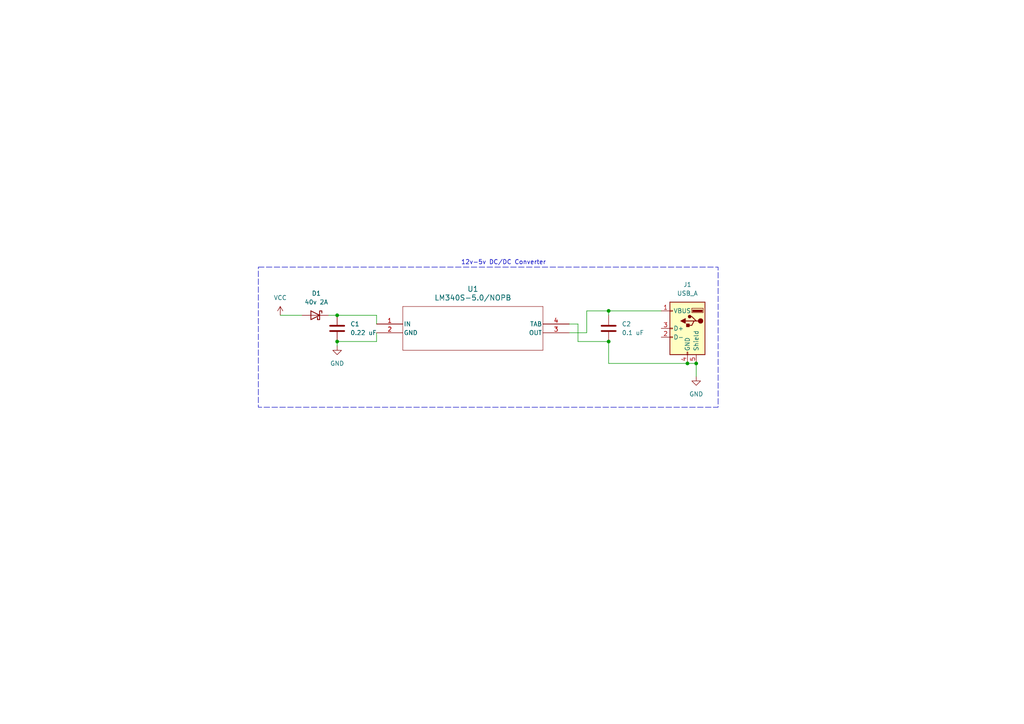
<source format=kicad_sch>
(kicad_sch
	(version 20231120)
	(generator "eeschema")
	(generator_version "8.0")
	(uuid "e08a4d14-9a03-47ed-993e-477f77565ff3")
	(paper "A4")
	(lib_symbols
		(symbol "2024-05-04_01-19-09:LM340S-12_NOPB"
			(pin_names
				(offset 0.254)
			)
			(exclude_from_sim no)
			(in_bom yes)
			(on_board yes)
			(property "Reference" "U"
				(at 27.94 10.16 0)
				(effects
					(font
						(size 1.524 1.524)
					)
				)
			)
			(property "Value" "LM340S-12/NOPB"
				(at 27.94 7.62 0)
				(effects
					(font
						(size 1.524 1.524)
					)
				)
			)
			(property "Footprint" "TS3B_TEX"
				(at 0 0 0)
				(effects
					(font
						(size 1.27 1.27)
						(italic yes)
					)
					(hide yes)
				)
			)
			(property "Datasheet" "LM340S-12/NOPB"
				(at 0 0 0)
				(effects
					(font
						(size 1.27 1.27)
						(italic yes)
					)
					(hide yes)
				)
			)
			(property "Description" ""
				(at 0 0 0)
				(effects
					(font
						(size 1.27 1.27)
					)
					(hide yes)
				)
			)
			(property "ki_locked" ""
				(at 0 0 0)
				(effects
					(font
						(size 1.27 1.27)
					)
				)
			)
			(property "ki_keywords" "LM340S-12/NOPB"
				(at 0 0 0)
				(effects
					(font
						(size 1.27 1.27)
					)
					(hide yes)
				)
			)
			(property "ki_fp_filters" "TS3B_TEX TS3B_TEX-M TS3B_TEX-L"
				(at 0 0 0)
				(effects
					(font
						(size 1.27 1.27)
					)
					(hide yes)
				)
			)
			(symbol "LM340S-12_NOPB_0_1"
				(polyline
					(pts
						(xy 7.62 -7.62) (xy 48.26 -7.62)
					)
					(stroke
						(width 0.127)
						(type default)
					)
					(fill
						(type none)
					)
				)
				(polyline
					(pts
						(xy 7.62 5.08) (xy 7.62 -7.62)
					)
					(stroke
						(width 0.127)
						(type default)
					)
					(fill
						(type none)
					)
				)
				(polyline
					(pts
						(xy 48.26 -7.62) (xy 48.26 5.08)
					)
					(stroke
						(width 0.127)
						(type default)
					)
					(fill
						(type none)
					)
				)
				(polyline
					(pts
						(xy 48.26 5.08) (xy 7.62 5.08)
					)
					(stroke
						(width 0.127)
						(type default)
					)
					(fill
						(type none)
					)
				)
				(pin power_in line
					(at 0 0 0)
					(length 7.62)
					(name "IN"
						(effects
							(font
								(size 1.27 1.27)
							)
						)
					)
					(number "1"
						(effects
							(font
								(size 1.27 1.27)
							)
						)
					)
				)
				(pin power_in line
					(at 0 -2.54 0)
					(length 7.62)
					(name "GND"
						(effects
							(font
								(size 1.27 1.27)
							)
						)
					)
					(number "2"
						(effects
							(font
								(size 1.27 1.27)
							)
						)
					)
				)
				(pin power_in line
					(at 55.88 -2.54 180)
					(length 7.62)
					(name "OUT"
						(effects
							(font
								(size 1.27 1.27)
							)
						)
					)
					(number "3"
						(effects
							(font
								(size 1.27 1.27)
							)
						)
					)
				)
				(pin power_in line
					(at 55.88 0 180)
					(length 7.62)
					(name "TAB"
						(effects
							(font
								(size 1.27 1.27)
							)
						)
					)
					(number "4"
						(effects
							(font
								(size 1.27 1.27)
							)
						)
					)
				)
			)
		)
		(symbol "Connector:USB_A"
			(pin_names
				(offset 1.016)
			)
			(exclude_from_sim no)
			(in_bom yes)
			(on_board yes)
			(property "Reference" "J"
				(at -5.08 11.43 0)
				(effects
					(font
						(size 1.27 1.27)
					)
					(justify left)
				)
			)
			(property "Value" "USB_A"
				(at -5.08 8.89 0)
				(effects
					(font
						(size 1.27 1.27)
					)
					(justify left)
				)
			)
			(property "Footprint" ""
				(at 3.81 -1.27 0)
				(effects
					(font
						(size 1.27 1.27)
					)
					(hide yes)
				)
			)
			(property "Datasheet" " ~"
				(at 3.81 -1.27 0)
				(effects
					(font
						(size 1.27 1.27)
					)
					(hide yes)
				)
			)
			(property "Description" "USB Type A connector"
				(at 0 0 0)
				(effects
					(font
						(size 1.27 1.27)
					)
					(hide yes)
				)
			)
			(property "ki_keywords" "connector USB"
				(at 0 0 0)
				(effects
					(font
						(size 1.27 1.27)
					)
					(hide yes)
				)
			)
			(property "ki_fp_filters" "USB*"
				(at 0 0 0)
				(effects
					(font
						(size 1.27 1.27)
					)
					(hide yes)
				)
			)
			(symbol "USB_A_0_1"
				(rectangle
					(start -5.08 -7.62)
					(end 5.08 7.62)
					(stroke
						(width 0.254)
						(type default)
					)
					(fill
						(type background)
					)
				)
				(circle
					(center -3.81 2.159)
					(radius 0.635)
					(stroke
						(width 0.254)
						(type default)
					)
					(fill
						(type outline)
					)
				)
				(rectangle
					(start -1.524 4.826)
					(end -4.318 5.334)
					(stroke
						(width 0)
						(type default)
					)
					(fill
						(type outline)
					)
				)
				(rectangle
					(start -1.27 4.572)
					(end -4.572 5.842)
					(stroke
						(width 0)
						(type default)
					)
					(fill
						(type none)
					)
				)
				(circle
					(center -0.635 3.429)
					(radius 0.381)
					(stroke
						(width 0.254)
						(type default)
					)
					(fill
						(type outline)
					)
				)
				(rectangle
					(start -0.127 -7.62)
					(end 0.127 -6.858)
					(stroke
						(width 0)
						(type default)
					)
					(fill
						(type none)
					)
				)
				(polyline
					(pts
						(xy -3.175 2.159) (xy -2.54 2.159) (xy -1.27 3.429) (xy -0.635 3.429)
					)
					(stroke
						(width 0.254)
						(type default)
					)
					(fill
						(type none)
					)
				)
				(polyline
					(pts
						(xy -2.54 2.159) (xy -1.905 2.159) (xy -1.27 0.889) (xy 0 0.889)
					)
					(stroke
						(width 0.254)
						(type default)
					)
					(fill
						(type none)
					)
				)
				(polyline
					(pts
						(xy 0.635 2.794) (xy 0.635 1.524) (xy 1.905 2.159) (xy 0.635 2.794)
					)
					(stroke
						(width 0.254)
						(type default)
					)
					(fill
						(type outline)
					)
				)
				(rectangle
					(start 0.254 1.27)
					(end -0.508 0.508)
					(stroke
						(width 0.254)
						(type default)
					)
					(fill
						(type outline)
					)
				)
				(rectangle
					(start 5.08 -2.667)
					(end 4.318 -2.413)
					(stroke
						(width 0)
						(type default)
					)
					(fill
						(type none)
					)
				)
				(rectangle
					(start 5.08 -0.127)
					(end 4.318 0.127)
					(stroke
						(width 0)
						(type default)
					)
					(fill
						(type none)
					)
				)
				(rectangle
					(start 5.08 4.953)
					(end 4.318 5.207)
					(stroke
						(width 0)
						(type default)
					)
					(fill
						(type none)
					)
				)
			)
			(symbol "USB_A_1_1"
				(polyline
					(pts
						(xy -1.905 2.159) (xy 0.635 2.159)
					)
					(stroke
						(width 0.254)
						(type default)
					)
					(fill
						(type none)
					)
				)
				(pin power_in line
					(at 7.62 5.08 180)
					(length 2.54)
					(name "VBUS"
						(effects
							(font
								(size 1.27 1.27)
							)
						)
					)
					(number "1"
						(effects
							(font
								(size 1.27 1.27)
							)
						)
					)
				)
				(pin bidirectional line
					(at 7.62 -2.54 180)
					(length 2.54)
					(name "D-"
						(effects
							(font
								(size 1.27 1.27)
							)
						)
					)
					(number "2"
						(effects
							(font
								(size 1.27 1.27)
							)
						)
					)
				)
				(pin bidirectional line
					(at 7.62 0 180)
					(length 2.54)
					(name "D+"
						(effects
							(font
								(size 1.27 1.27)
							)
						)
					)
					(number "3"
						(effects
							(font
								(size 1.27 1.27)
							)
						)
					)
				)
				(pin power_in line
					(at 0 -10.16 90)
					(length 2.54)
					(name "GND"
						(effects
							(font
								(size 1.27 1.27)
							)
						)
					)
					(number "4"
						(effects
							(font
								(size 1.27 1.27)
							)
						)
					)
				)
				(pin passive line
					(at -2.54 -10.16 90)
					(length 2.54)
					(name "Shield"
						(effects
							(font
								(size 1.27 1.27)
							)
						)
					)
					(number "5"
						(effects
							(font
								(size 1.27 1.27)
							)
						)
					)
				)
			)
		)
		(symbol "Device:C"
			(pin_numbers hide)
			(pin_names
				(offset 0.254)
			)
			(exclude_from_sim no)
			(in_bom yes)
			(on_board yes)
			(property "Reference" "C"
				(at 0.635 2.54 0)
				(effects
					(font
						(size 1.27 1.27)
					)
					(justify left)
				)
			)
			(property "Value" "C"
				(at 0.635 -2.54 0)
				(effects
					(font
						(size 1.27 1.27)
					)
					(justify left)
				)
			)
			(property "Footprint" ""
				(at 0.9652 -3.81 0)
				(effects
					(font
						(size 1.27 1.27)
					)
					(hide yes)
				)
			)
			(property "Datasheet" "~"
				(at 0 0 0)
				(effects
					(font
						(size 1.27 1.27)
					)
					(hide yes)
				)
			)
			(property "Description" "Unpolarized capacitor"
				(at 0 0 0)
				(effects
					(font
						(size 1.27 1.27)
					)
					(hide yes)
				)
			)
			(property "ki_keywords" "cap capacitor"
				(at 0 0 0)
				(effects
					(font
						(size 1.27 1.27)
					)
					(hide yes)
				)
			)
			(property "ki_fp_filters" "C_*"
				(at 0 0 0)
				(effects
					(font
						(size 1.27 1.27)
					)
					(hide yes)
				)
			)
			(symbol "C_0_1"
				(polyline
					(pts
						(xy -2.032 -0.762) (xy 2.032 -0.762)
					)
					(stroke
						(width 0.508)
						(type default)
					)
					(fill
						(type none)
					)
				)
				(polyline
					(pts
						(xy -2.032 0.762) (xy 2.032 0.762)
					)
					(stroke
						(width 0.508)
						(type default)
					)
					(fill
						(type none)
					)
				)
			)
			(symbol "C_1_1"
				(pin passive line
					(at 0 3.81 270)
					(length 2.794)
					(name "~"
						(effects
							(font
								(size 1.27 1.27)
							)
						)
					)
					(number "1"
						(effects
							(font
								(size 1.27 1.27)
							)
						)
					)
				)
				(pin passive line
					(at 0 -3.81 90)
					(length 2.794)
					(name "~"
						(effects
							(font
								(size 1.27 1.27)
							)
						)
					)
					(number "2"
						(effects
							(font
								(size 1.27 1.27)
							)
						)
					)
				)
			)
		)
		(symbol "Device:D_Schottky"
			(pin_numbers hide)
			(pin_names
				(offset 1.016) hide)
			(exclude_from_sim no)
			(in_bom yes)
			(on_board yes)
			(property "Reference" "D"
				(at 0 2.54 0)
				(effects
					(font
						(size 1.27 1.27)
					)
				)
			)
			(property "Value" "D_Schottky"
				(at 0 -2.54 0)
				(effects
					(font
						(size 1.27 1.27)
					)
				)
			)
			(property "Footprint" ""
				(at 0 0 0)
				(effects
					(font
						(size 1.27 1.27)
					)
					(hide yes)
				)
			)
			(property "Datasheet" "~"
				(at 0 0 0)
				(effects
					(font
						(size 1.27 1.27)
					)
					(hide yes)
				)
			)
			(property "Description" "Schottky diode"
				(at 0 0 0)
				(effects
					(font
						(size 1.27 1.27)
					)
					(hide yes)
				)
			)
			(property "ki_keywords" "diode Schottky"
				(at 0 0 0)
				(effects
					(font
						(size 1.27 1.27)
					)
					(hide yes)
				)
			)
			(property "ki_fp_filters" "TO-???* *_Diode_* *SingleDiode* D_*"
				(at 0 0 0)
				(effects
					(font
						(size 1.27 1.27)
					)
					(hide yes)
				)
			)
			(symbol "D_Schottky_0_1"
				(polyline
					(pts
						(xy 1.27 0) (xy -1.27 0)
					)
					(stroke
						(width 0)
						(type default)
					)
					(fill
						(type none)
					)
				)
				(polyline
					(pts
						(xy 1.27 1.27) (xy 1.27 -1.27) (xy -1.27 0) (xy 1.27 1.27)
					)
					(stroke
						(width 0.254)
						(type default)
					)
					(fill
						(type none)
					)
				)
				(polyline
					(pts
						(xy -1.905 0.635) (xy -1.905 1.27) (xy -1.27 1.27) (xy -1.27 -1.27) (xy -0.635 -1.27) (xy -0.635 -0.635)
					)
					(stroke
						(width 0.254)
						(type default)
					)
					(fill
						(type none)
					)
				)
			)
			(symbol "D_Schottky_1_1"
				(pin passive line
					(at -3.81 0 0)
					(length 2.54)
					(name "K"
						(effects
							(font
								(size 1.27 1.27)
							)
						)
					)
					(number "1"
						(effects
							(font
								(size 1.27 1.27)
							)
						)
					)
				)
				(pin passive line
					(at 3.81 0 180)
					(length 2.54)
					(name "A"
						(effects
							(font
								(size 1.27 1.27)
							)
						)
					)
					(number "2"
						(effects
							(font
								(size 1.27 1.27)
							)
						)
					)
				)
			)
		)
		(symbol "power:GND"
			(power)
			(pin_numbers hide)
			(pin_names
				(offset 0) hide)
			(exclude_from_sim no)
			(in_bom yes)
			(on_board yes)
			(property "Reference" "#PWR"
				(at 0 -6.35 0)
				(effects
					(font
						(size 1.27 1.27)
					)
					(hide yes)
				)
			)
			(property "Value" "GND"
				(at 0 -3.81 0)
				(effects
					(font
						(size 1.27 1.27)
					)
				)
			)
			(property "Footprint" ""
				(at 0 0 0)
				(effects
					(font
						(size 1.27 1.27)
					)
					(hide yes)
				)
			)
			(property "Datasheet" ""
				(at 0 0 0)
				(effects
					(font
						(size 1.27 1.27)
					)
					(hide yes)
				)
			)
			(property "Description" "Power symbol creates a global label with name \"GND\" , ground"
				(at 0 0 0)
				(effects
					(font
						(size 1.27 1.27)
					)
					(hide yes)
				)
			)
			(property "ki_keywords" "global power"
				(at 0 0 0)
				(effects
					(font
						(size 1.27 1.27)
					)
					(hide yes)
				)
			)
			(symbol "GND_0_1"
				(polyline
					(pts
						(xy 0 0) (xy 0 -1.27) (xy 1.27 -1.27) (xy 0 -2.54) (xy -1.27 -1.27) (xy 0 -1.27)
					)
					(stroke
						(width 0)
						(type default)
					)
					(fill
						(type none)
					)
				)
			)
			(symbol "GND_1_1"
				(pin power_in line
					(at 0 0 270)
					(length 0)
					(name "~"
						(effects
							(font
								(size 1.27 1.27)
							)
						)
					)
					(number "1"
						(effects
							(font
								(size 1.27 1.27)
							)
						)
					)
				)
			)
		)
		(symbol "power:VCC"
			(power)
			(pin_numbers hide)
			(pin_names
				(offset 0) hide)
			(exclude_from_sim no)
			(in_bom yes)
			(on_board yes)
			(property "Reference" "#PWR"
				(at 0 -3.81 0)
				(effects
					(font
						(size 1.27 1.27)
					)
					(hide yes)
				)
			)
			(property "Value" "VCC"
				(at 0 3.556 0)
				(effects
					(font
						(size 1.27 1.27)
					)
				)
			)
			(property "Footprint" ""
				(at 0 0 0)
				(effects
					(font
						(size 1.27 1.27)
					)
					(hide yes)
				)
			)
			(property "Datasheet" ""
				(at 0 0 0)
				(effects
					(font
						(size 1.27 1.27)
					)
					(hide yes)
				)
			)
			(property "Description" "Power symbol creates a global label with name \"VCC\""
				(at 0 0 0)
				(effects
					(font
						(size 1.27 1.27)
					)
					(hide yes)
				)
			)
			(property "ki_keywords" "global power"
				(at 0 0 0)
				(effects
					(font
						(size 1.27 1.27)
					)
					(hide yes)
				)
			)
			(symbol "VCC_0_1"
				(polyline
					(pts
						(xy -0.762 1.27) (xy 0 2.54)
					)
					(stroke
						(width 0)
						(type default)
					)
					(fill
						(type none)
					)
				)
				(polyline
					(pts
						(xy 0 0) (xy 0 2.54)
					)
					(stroke
						(width 0)
						(type default)
					)
					(fill
						(type none)
					)
				)
				(polyline
					(pts
						(xy 0 2.54) (xy 0.762 1.27)
					)
					(stroke
						(width 0)
						(type default)
					)
					(fill
						(type none)
					)
				)
			)
			(symbol "VCC_1_1"
				(pin power_in line
					(at 0 0 90)
					(length 0)
					(name "~"
						(effects
							(font
								(size 1.27 1.27)
							)
						)
					)
					(number "1"
						(effects
							(font
								(size 1.27 1.27)
							)
						)
					)
				)
			)
		)
	)
	(junction
		(at 176.53 99.06)
		(diameter 0)
		(color 0 0 0 0)
		(uuid "641df704-75e4-427b-8a83-90537fa2f97f")
	)
	(junction
		(at 199.39 105.41)
		(diameter 0)
		(color 0 0 0 0)
		(uuid "827ca07b-4e6e-4c4a-9412-0952ff5bb0a3")
	)
	(junction
		(at 97.79 91.44)
		(diameter 0)
		(color 0 0 0 0)
		(uuid "9b7c168e-4a9f-4008-893f-79b2feb016c1")
	)
	(junction
		(at 201.93 105.41)
		(diameter 0)
		(color 0 0 0 0)
		(uuid "d16801ba-448c-4c9c-b9b1-16f0faeedcd1")
	)
	(junction
		(at 176.53 90.17)
		(diameter 0)
		(color 0 0 0 0)
		(uuid "f8588913-cf58-43ba-bce4-219377486d1f")
	)
	(junction
		(at 97.79 99.06)
		(diameter 0)
		(color 0 0 0 0)
		(uuid "fc5cdbaf-d92a-40d2-bd87-2c6f3304262e")
	)
	(wire
		(pts
			(xy 165.1 93.98) (xy 167.64 93.98)
		)
		(stroke
			(width 0)
			(type default)
		)
		(uuid "00084799-8d11-43ce-8f32-a2ad9fd30324")
	)
	(wire
		(pts
			(xy 199.39 105.41) (xy 201.93 105.41)
		)
		(stroke
			(width 0)
			(type default)
		)
		(uuid "02c33efd-d3d8-4b58-ac2e-1e1d61ce833b")
	)
	(wire
		(pts
			(xy 176.53 90.17) (xy 191.77 90.17)
		)
		(stroke
			(width 0)
			(type default)
		)
		(uuid "1507f62a-8d77-4889-ab61-730b31d5265a")
	)
	(wire
		(pts
			(xy 176.53 105.41) (xy 199.39 105.41)
		)
		(stroke
			(width 0)
			(type default)
		)
		(uuid "192aa483-f64f-4173-86d9-97938e50df38")
	)
	(wire
		(pts
			(xy 170.18 96.52) (xy 170.18 90.17)
		)
		(stroke
			(width 0)
			(type default)
		)
		(uuid "1ebd1016-9b33-4472-871d-9bc3b36dc58b")
	)
	(wire
		(pts
			(xy 167.64 99.06) (xy 176.53 99.06)
		)
		(stroke
			(width 0)
			(type default)
		)
		(uuid "1f45edbb-d3ec-4828-be8c-453ce9c5529e")
	)
	(wire
		(pts
			(xy 170.18 90.17) (xy 176.53 90.17)
		)
		(stroke
			(width 0)
			(type default)
		)
		(uuid "26ac5e91-89ae-46ae-9301-37a5421d6420")
	)
	(wire
		(pts
			(xy 109.22 91.44) (xy 109.22 93.98)
		)
		(stroke
			(width 0)
			(type default)
		)
		(uuid "2f061140-3505-42f9-915e-b283eed466fa")
	)
	(wire
		(pts
			(xy 81.28 91.44) (xy 87.63 91.44)
		)
		(stroke
			(width 0)
			(type default)
		)
		(uuid "4a3b2d52-e2f9-46b5-8e71-2988607a2df5")
	)
	(wire
		(pts
			(xy 165.1 96.52) (xy 170.18 96.52)
		)
		(stroke
			(width 0)
			(type default)
		)
		(uuid "7fa3a71f-4a86-4a81-ac36-4b1a9a27913d")
	)
	(wire
		(pts
			(xy 97.79 91.44) (xy 109.22 91.44)
		)
		(stroke
			(width 0)
			(type default)
		)
		(uuid "81b1d84b-b218-4033-b81d-4f183747dd79")
	)
	(wire
		(pts
			(xy 97.79 100.33) (xy 97.79 99.06)
		)
		(stroke
			(width 0)
			(type default)
		)
		(uuid "87a3ac94-f2a6-4f11-8c8c-10ea6ecae1e5")
	)
	(wire
		(pts
			(xy 95.25 91.44) (xy 97.79 91.44)
		)
		(stroke
			(width 0)
			(type default)
		)
		(uuid "90653eba-bbc5-4588-822d-65c7d37eef56")
	)
	(wire
		(pts
			(xy 176.53 91.44) (xy 176.53 90.17)
		)
		(stroke
			(width 0)
			(type default)
		)
		(uuid "b30477ea-2ec0-4495-8a35-9557a2f7c66e")
	)
	(wire
		(pts
			(xy 167.64 93.98) (xy 167.64 99.06)
		)
		(stroke
			(width 0)
			(type default)
		)
		(uuid "b388ce39-95ee-4a15-8d9b-2a08c24ca29a")
	)
	(wire
		(pts
			(xy 109.22 96.52) (xy 109.22 99.06)
		)
		(stroke
			(width 0)
			(type default)
		)
		(uuid "b7f7b1f3-2b7a-49ce-ad16-878fc5d61057")
	)
	(wire
		(pts
			(xy 176.53 99.06) (xy 176.53 105.41)
		)
		(stroke
			(width 0)
			(type default)
		)
		(uuid "c005a50e-7528-4437-8c85-5cdded1f72c6")
	)
	(wire
		(pts
			(xy 97.79 99.06) (xy 109.22 99.06)
		)
		(stroke
			(width 0)
			(type default)
		)
		(uuid "c1a48b83-5141-46f6-9723-a3c7ed0b2f33")
	)
	(wire
		(pts
			(xy 201.93 105.41) (xy 201.93 109.22)
		)
		(stroke
			(width 0)
			(type default)
		)
		(uuid "d06512e9-35f0-4a00-8f7f-5a7fcd51ede0")
	)
	(rectangle
		(start 74.93 77.47)
		(end 208.28 118.11)
		(stroke
			(width 0)
			(type dash)
		)
		(fill
			(type none)
		)
		(uuid 9e7ee82c-8b44-446d-aa21-5b2dc9ee3d97)
	)
	(text "12v-5v DC/DC Converter\n"
		(exclude_from_sim no)
		(at 146.05 76.2 0)
		(effects
			(font
				(size 1.27 1.27)
			)
		)
		(uuid "ca8733d0-cdcc-4e4c-97b8-82adbe116462")
	)
	(symbol
		(lib_id "power:GND")
		(at 201.93 109.22 0)
		(unit 1)
		(exclude_from_sim no)
		(in_bom yes)
		(on_board yes)
		(dnp no)
		(fields_autoplaced yes)
		(uuid "4d71f8c3-5f3e-4d1c-901f-5a4be5d07b17")
		(property "Reference" "#PWR01"
			(at 201.93 115.57 0)
			(effects
				(font
					(size 1.27 1.27)
				)
				(hide yes)
			)
		)
		(property "Value" "GND"
			(at 201.93 114.3 0)
			(effects
				(font
					(size 1.27 1.27)
				)
			)
		)
		(property "Footprint" ""
			(at 201.93 109.22 0)
			(effects
				(font
					(size 1.27 1.27)
				)
				(hide yes)
			)
		)
		(property "Datasheet" ""
			(at 201.93 109.22 0)
			(effects
				(font
					(size 1.27 1.27)
				)
				(hide yes)
			)
		)
		(property "Description" "Power symbol creates a global label with name \"GND\" , ground"
			(at 201.93 109.22 0)
			(effects
				(font
					(size 1.27 1.27)
				)
				(hide yes)
			)
		)
		(pin "1"
			(uuid "a27874ec-2535-4120-a501-944498293093")
		)
		(instances
			(project "5v Voltage Regulator"
				(path "/e08a4d14-9a03-47ed-993e-477f77565ff3"
					(reference "#PWR01")
					(unit 1)
				)
			)
		)
	)
	(symbol
		(lib_id "Connector:USB_A")
		(at 199.39 95.25 0)
		(mirror y)
		(unit 1)
		(exclude_from_sim no)
		(in_bom yes)
		(on_board yes)
		(dnp no)
		(uuid "64047c65-6dc4-4c7a-8bab-7a0c61ca3149")
		(property "Reference" "J1"
			(at 199.39 82.55 0)
			(effects
				(font
					(size 1.27 1.27)
				)
			)
		)
		(property "Value" "USB_A"
			(at 199.39 85.09 0)
			(effects
				(font
					(size 1.27 1.27)
				)
			)
		)
		(property "Footprint" "Connector_USB:USB_A_Molex_67643_Horizontal"
			(at 195.58 96.52 0)
			(effects
				(font
					(size 1.27 1.27)
				)
				(hide yes)
			)
		)
		(property "Datasheet" " ~"
			(at 195.58 96.52 0)
			(effects
				(font
					(size 1.27 1.27)
				)
				(hide yes)
			)
		)
		(property "Description" "USB Type A connector"
			(at 199.39 95.25 0)
			(effects
				(font
					(size 1.27 1.27)
				)
				(hide yes)
			)
		)
		(pin "4"
			(uuid "66c07dad-34e3-406c-bf7e-3e45e77c0ff8")
		)
		(pin "3"
			(uuid "7a808e0e-7e16-42bd-8080-f01685c6e2a9")
		)
		(pin "2"
			(uuid "58c98466-1817-4ecd-a8d3-523db70f53cc")
		)
		(pin "5"
			(uuid "26b761a1-a526-4989-8170-23cf710eefb3")
		)
		(pin "1"
			(uuid "f3540059-3e46-4e20-b01d-a53a137e60c3")
		)
		(instances
			(project "5v Voltage Regulator"
				(path "/e08a4d14-9a03-47ed-993e-477f77565ff3"
					(reference "J1")
					(unit 1)
				)
			)
		)
	)
	(symbol
		(lib_id "Device:D_Schottky")
		(at 91.44 91.44 0)
		(mirror y)
		(unit 1)
		(exclude_from_sim no)
		(in_bom yes)
		(on_board yes)
		(dnp no)
		(fields_autoplaced yes)
		(uuid "69de0028-953b-447f-8167-5a9a8a62413f")
		(property "Reference" "D1"
			(at 91.7575 85.09 0)
			(effects
				(font
					(size 1.27 1.27)
				)
			)
		)
		(property "Value" "40v 2A"
			(at 91.7575 87.63 0)
			(effects
				(font
					(size 1.27 1.27)
				)
			)
		)
		(property "Footprint" "Diode_SMD:D_1206_3216Metric"
			(at 91.44 91.44 0)
			(effects
				(font
					(size 1.27 1.27)
				)
				(hide yes)
			)
		)
		(property "Datasheet" "https://www.mouser.com/datasheet/2/40/schottky-3165252.pdf"
			(at 91.44 91.44 0)
			(effects
				(font
					(size 1.27 1.27)
				)
				(hide yes)
			)
		)
		(property "Description" "https://www.mouser.com/ProductDetail/KYOCERA-AVX/SD1206T040S2R0?qs=jCA%252BPfw4LHbhsgslBEnGbA%3D%3D"
			(at 91.44 91.44 0)
			(effects
				(font
					(size 1.27 1.27)
				)
				(hide yes)
			)
		)
		(pin "1"
			(uuid "8fd76827-710b-4a7a-a75a-a749fd497b52")
		)
		(pin "2"
			(uuid "f1b7836b-dd94-4147-a576-0d01dfbeab45")
		)
		(instances
			(project "5v Voltage Regulator"
				(path "/e08a4d14-9a03-47ed-993e-477f77565ff3"
					(reference "D1")
					(unit 1)
				)
			)
		)
	)
	(symbol
		(lib_id "2024-05-04_01-19-09:LM340S-12_NOPB")
		(at 109.22 93.98 0)
		(unit 1)
		(exclude_from_sim no)
		(in_bom yes)
		(on_board yes)
		(dnp no)
		(fields_autoplaced yes)
		(uuid "796ca804-f3df-4430-abd6-121e5202b11f")
		(property "Reference" "U1"
			(at 137.16 83.82 0)
			(effects
				(font
					(size 1.524 1.524)
				)
			)
		)
		(property "Value" "LM340S-5.0/NOPB"
			(at 137.16 86.36 0)
			(effects
				(font
					(size 1.524 1.524)
				)
			)
		)
		(property "Footprint" "Library:TS3B_TEX"
			(at 109.22 93.98 0)
			(effects
				(font
					(size 1.27 1.27)
					(italic yes)
				)
				(hide yes)
			)
		)
		(property "Datasheet" "LM340S-12/NOPB"
			(at 109.22 93.98 0)
			(effects
				(font
					(size 1.27 1.27)
					(italic yes)
				)
				(hide yes)
			)
		)
		(property "Description" ""
			(at 109.22 93.98 0)
			(effects
				(font
					(size 1.27 1.27)
				)
				(hide yes)
			)
		)
		(pin "4"
			(uuid "80f45252-ab16-4c32-ab7c-fb96b1547229")
		)
		(pin "3"
			(uuid "ecadc798-bfe9-4d46-96a7-9ca7b59e266c")
		)
		(pin "2"
			(uuid "0e973de2-4b1d-4b7c-9121-022e3393f09f")
		)
		(pin "1"
			(uuid "a11c0947-7906-40fc-8ab8-2c3df7187044")
		)
		(instances
			(project "5v Voltage Regulator"
				(path "/e08a4d14-9a03-47ed-993e-477f77565ff3"
					(reference "U1")
					(unit 1)
				)
			)
		)
	)
	(symbol
		(lib_id "power:VCC")
		(at 81.28 91.44 0)
		(unit 1)
		(exclude_from_sim no)
		(in_bom yes)
		(on_board yes)
		(dnp no)
		(fields_autoplaced yes)
		(uuid "893ba269-c183-41a0-9776-6a91d2953007")
		(property "Reference" "#PWR02"
			(at 81.28 95.25 0)
			(effects
				(font
					(size 1.27 1.27)
				)
				(hide yes)
			)
		)
		(property "Value" "VCC"
			(at 81.28 86.36 0)
			(effects
				(font
					(size 1.27 1.27)
				)
			)
		)
		(property "Footprint" ""
			(at 81.28 91.44 0)
			(effects
				(font
					(size 1.27 1.27)
				)
				(hide yes)
			)
		)
		(property "Datasheet" ""
			(at 81.28 91.44 0)
			(effects
				(font
					(size 1.27 1.27)
				)
				(hide yes)
			)
		)
		(property "Description" "Power symbol creates a global label with name \"VCC\""
			(at 81.28 91.44 0)
			(effects
				(font
					(size 1.27 1.27)
				)
				(hide yes)
			)
		)
		(pin "1"
			(uuid "2aa58acc-376a-4c8b-916f-2dc16ffb9fce")
		)
		(instances
			(project "5v Voltage Regulator"
				(path "/e08a4d14-9a03-47ed-993e-477f77565ff3"
					(reference "#PWR02")
					(unit 1)
				)
			)
		)
	)
	(symbol
		(lib_id "Device:C")
		(at 176.53 95.25 0)
		(unit 1)
		(exclude_from_sim no)
		(in_bom yes)
		(on_board yes)
		(dnp no)
		(fields_autoplaced yes)
		(uuid "8b93142e-0dd9-4a77-9e4f-20c1df5ec98c")
		(property "Reference" "C2"
			(at 180.34 93.9799 0)
			(effects
				(font
					(size 1.27 1.27)
				)
				(justify left)
			)
		)
		(property "Value" "0.1 uF"
			(at 180.34 96.5199 0)
			(effects
				(font
					(size 1.27 1.27)
				)
				(justify left)
			)
		)
		(property "Footprint" "Capacitor_SMD:C_1206_3216Metric"
			(at 177.4952 99.06 0)
			(effects
				(font
					(size 1.27 1.27)
				)
				(hide yes)
			)
		)
		(property "Datasheet" "https://www.mouser.com/datasheet/2/40/KGM_X7R-3223212.pdf"
			(at 176.53 95.25 0)
			(effects
				(font
					(size 1.27 1.27)
				)
				(hide yes)
			)
		)
		(property "Description" "Unpolarized capacitor"
			(at 176.53 95.25 0)
			(effects
				(font
					(size 1.27 1.27)
				)
				(hide yes)
			)
		)
		(pin "1"
			(uuid "7074fb0f-17dc-4e3f-b8f1-4a2bfc8a4502")
		)
		(pin "2"
			(uuid "aa04bb15-cfdd-4046-ae16-13efbe688259")
		)
		(instances
			(project "5v Voltage Regulator"
				(path "/e08a4d14-9a03-47ed-993e-477f77565ff3"
					(reference "C2")
					(unit 1)
				)
			)
		)
	)
	(symbol
		(lib_id "Device:C")
		(at 97.79 95.25 0)
		(unit 1)
		(exclude_from_sim no)
		(in_bom yes)
		(on_board yes)
		(dnp no)
		(fields_autoplaced yes)
		(uuid "a3c91990-c8ee-4794-91ba-9bd7c6c1733e")
		(property "Reference" "C1"
			(at 101.6 93.9799 0)
			(effects
				(font
					(size 1.27 1.27)
				)
				(justify left)
			)
		)
		(property "Value" "0.22 uF"
			(at 101.6 96.5199 0)
			(effects
				(font
					(size 1.27 1.27)
				)
				(justify left)
			)
		)
		(property "Footprint" "Capacitor_SMD:C_1206_3216Metric"
			(at 98.7552 99.06 0)
			(effects
				(font
					(size 1.27 1.27)
				)
				(hide yes)
			)
		)
		(property "Datasheet" "https://www.mouser.com/datasheet/2/40/KGM_X7R-3223212.pdf"
			(at 97.79 95.25 0)
			(effects
				(font
					(size 1.27 1.27)
				)
				(hide yes)
			)
		)
		(property "Description" "Unpolarized capacitor"
			(at 97.79 95.25 0)
			(effects
				(font
					(size 1.27 1.27)
				)
				(hide yes)
			)
		)
		(pin "2"
			(uuid "f9aa6822-3836-4ca1-b819-acd7654fa67c")
		)
		(pin "1"
			(uuid "472f38b7-e5b0-42f6-be83-539360b02f14")
		)
		(instances
			(project "5v Voltage Regulator"
				(path "/e08a4d14-9a03-47ed-993e-477f77565ff3"
					(reference "C1")
					(unit 1)
				)
			)
		)
	)
	(symbol
		(lib_id "power:GND")
		(at 97.79 100.33 0)
		(unit 1)
		(exclude_from_sim no)
		(in_bom yes)
		(on_board yes)
		(dnp no)
		(fields_autoplaced yes)
		(uuid "d196fe8e-5fc5-4aef-bfb2-a284381051c2")
		(property "Reference" "#PWR03"
			(at 97.79 106.68 0)
			(effects
				(font
					(size 1.27 1.27)
				)
				(hide yes)
			)
		)
		(property "Value" "GND"
			(at 97.79 105.41 0)
			(effects
				(font
					(size 1.27 1.27)
				)
			)
		)
		(property "Footprint" ""
			(at 97.79 100.33 0)
			(effects
				(font
					(size 1.27 1.27)
				)
				(hide yes)
			)
		)
		(property "Datasheet" ""
			(at 97.79 100.33 0)
			(effects
				(font
					(size 1.27 1.27)
				)
				(hide yes)
			)
		)
		(property "Description" "Power symbol creates a global label with name \"GND\" , ground"
			(at 97.79 100.33 0)
			(effects
				(font
					(size 1.27 1.27)
				)
				(hide yes)
			)
		)
		(pin "1"
			(uuid "f9bab8c1-b566-4e04-b342-2cd3462cf42b")
		)
		(instances
			(project "5v Voltage Regulator"
				(path "/e08a4d14-9a03-47ed-993e-477f77565ff3"
					(reference "#PWR03")
					(unit 1)
				)
			)
		)
	)
	(sheet_instances
		(path "/"
			(page "1")
		)
	)
)
</source>
